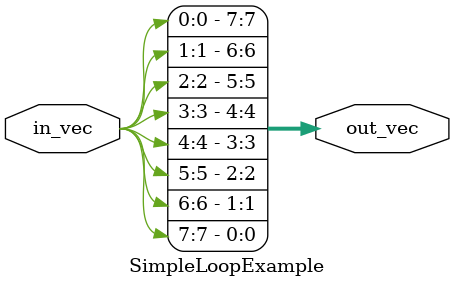
<source format=sv>
module SimpleLoopExample (
    input logic [7:0] in_vec,
    output logic [7:0] out_vec
);
    always_comb begin
        for (int i = 0; i < 8; i++) begin
            out_vec[i] = in_vec[7 - i];
        end
    end
endmodule


</source>
